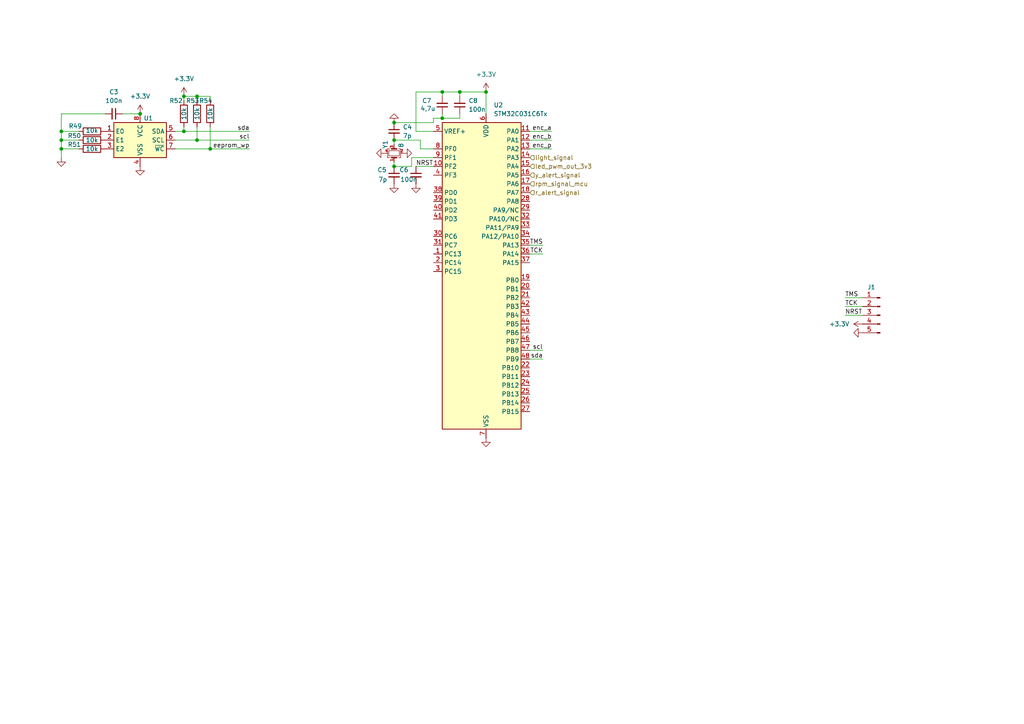
<source format=kicad_sch>
(kicad_sch (version 20231120) (generator "eeschema") (generator_version "8.0")
  (paper "A4")
  (lib_symbols
    (symbol "Connector:Conn_01x05_Pin" (pin_names (offset 1.016) hide)
      (property "Reference" "J" (at 0 7.62 0))
      (property "Value" "Conn_01x05_Pin" (at 0 -7.62 0))
      (symbol "Conn_01x05_Pin_1_1"
        (polyline (pts (xy 1.27 -5.08) (xy 0.8636 -5.08)) (stroke (width 0.1524)))
        (polyline (pts (xy 1.27 -2.54) (xy 0.8636 -2.54)) (stroke (width 0.1524)))
        (polyline (pts (xy 1.27 0) (xy 0.8636 0)) (stroke (width 0.1524)))
        (polyline (pts (xy 1.27 2.54) (xy 0.8636 2.54)) (stroke (width 0.1524)))
        (polyline (pts (xy 1.27 5.08) (xy 0.8636 5.08)) (stroke (width 0.1524)))
        (rectangle (start 0.8636 -4.953) (end 0 -5.207) (stroke (width 0.1524)) (fill (type outline)))
        (rectangle (start 0.8636 -2.413) (end 0 -2.667) (stroke (width 0.1524)) (fill (type outline)))
        (rectangle (start 0.8636 0.127) (end 0 -0.127) (stroke (width 0.1524)) (fill (type outline)))
        (rectangle (start 0.8636 2.667) (end 0 2.413) (stroke (width 0.1524)) (fill (type outline)))
        (rectangle (start 0.8636 5.207) (end 0 4.953) (stroke (width 0.1524)) (fill (type outline)))
        (pin passive line (at 5.08 5.08 180) (length 3.81) (name "Pin_1") (number "1"))
        (pin passive line (at 5.08 2.54 180) (length 3.81) (name "Pin_2") (number "2"))
        (pin passive line (at 5.08 0 180) (length 3.81) (name "Pin_3") (number "3"))
        (pin passive line (at 5.08 -2.54 180) (length 3.81) (name "Pin_4") (number "4"))
        (pin passive line (at 5.08 -5.08 180) (length 3.81) (name "Pin_5") (number "5"))
      )
    )
    (symbol "Device:C_Small" (pin_numbers hide) (pin_names (offset 0.254) hide)
      (property "Reference" "C" (at 0.254 1.778 0))
      (property "Value" "C_Small" (at 0.254 -2.032 0))
      (symbol "C_Small_0_1"
        (polyline (pts (xy -1.524 -0.508) (xy 1.524 -0.508)) (stroke (width 0.3302)))
        (polyline (pts (xy -1.524 0.508) (xy 1.524 0.508)) (stroke (width 0.3048)))
      )
      (symbol "C_Small_1_1"
        (pin passive line (at 0 2.54 270) (length 2.032) (name "~") (number "1"))
        (pin passive line (at 0 -2.54 90) (length 2.032) (name "~") (number "2"))
      )
    )
    (symbol "Device:Crystal_GND24_Small" (pin_names (offset 1.016) hide)
      (property "Reference" "Y" (at 1.27 4.445 0))
      (property "Value" "Crystal_GND24_Small" (at 1.27 2.54 0))
      (symbol "Crystal_GND24_Small_0_1"
        (rectangle (start -0.762 -1.524) (end 0.762 1.524))
        (polyline (pts (xy -1.27 -0.762) (xy -1.27 0.762)) (stroke (width 0.381)))
        (polyline (pts (xy 1.27 -0.762) (xy 1.27 0.762)) (stroke (width 0.381)))
        (polyline (pts (xy -1.27 -1.27) (xy -1.27 -1.905) (xy 1.27 -1.905) (xy 1.27 -1.27)))
        (polyline (pts (xy -1.27 1.27) (xy -1.27 1.905) (xy 1.27 1.905) (xy 1.27 1.27)))
      )
      (symbol "Crystal_GND24_Small_1_1"
        (pin passive line (at -2.54 0 0) (length 1.27) (name "1") (number "1"))
        (pin passive line (at 0 -2.54 90) (length 0.635) (name "2") (number "2"))
        (pin passive line (at 2.54 0 180) (length 1.27) (name "3") (number "3"))
        (pin passive line (at 0 2.54 270) (length 0.635) (name "4") (number "4"))
      )
    )
    (symbol "Device:R" (pin_numbers hide) (pin_names (offset 0))
      (property "Reference" "R" (at 2.032 0 90))
      (property "Value" "R" (at 0 0 90))
      (symbol "R_0_1"
        (rectangle (start -1.016 -2.54) (end 1.016 2.54) (stroke (width 0.254)))
      )
      (symbol "R_1_1"
        (pin passive line (at 0 3.81 270) (length 1.27) (name "~") (number "1"))
        (pin passive line (at 0 -3.81 90) (length 1.27) (name "~") (number "2"))
      )
    )
    (symbol "MCU_ST_STM32C0:STM32C031C6Tx"
      (property "Reference" "U" (at -10.16 46.99 0))
      (property "Value" "STM32C031C6Tx" (at 5.08 46.99 0))
      (symbol "STM32C031C6Tx_0_1"
        (rectangle (start -10.16 -43.18) (end 12.7 45.72) (stroke (width 0.254)) (fill (type background)))
      )
      (symbol "STM32C031C6Tx_1_1"
        (pin bidirectional line (at -12.7 7.62 0) (length 2.54) (name "PC13") (number "1"))
        (pin bidirectional line (at -12.7 33.02 0) (length 2.54) (name "PF2") (number "10"))
        (pin bidirectional line (at 15.24 43.18 180) (length 2.54) (name "PA0") (number "11"))
        (pin bidirectional line (at 15.24 40.64 180) (length 2.54) (name "PA1") (number "12"))
        (pin bidirectional line (at 15.24 38.1 180) (length 2.54) (name "PA2") (number "13"))
        (pin bidirectional line (at 15.24 35.56 180) (length 2.54) (name "PA3") (number "14"))
        (pin bidirectional line (at 15.24 33.02 180) (length 2.54) (name "PA4") (number "15"))
        (pin bidirectional line (at 15.24 30.48 180) (length 2.54) (name "PA5") (number "16"))
        (pin bidirectional line (at 15.24 27.94 180) (length 2.54) (name "PA6") (number "17"))
        (pin bidirectional line (at 15.24 25.4 180) (length 2.54) (name "PA7") (number "18"))
        (pin bidirectional line (at 15.24 0 180) (length 2.54) (name "PB0") (number "19"))
        (pin bidirectional line (at -12.7 5.08 0) (length 2.54) (name "PC14") (number "2"))
        (pin bidirectional line (at 15.24 -2.54 180) (length 2.54) (name "PB1") (number "20"))
        (pin bidirectional line (at 15.24 -5.08 180) (length 2.54) (name "PB2") (number "21"))
        (pin bidirectional line (at 15.24 -25.4 180) (length 2.54) (name "PB10") (number "22"))
        (pin bidirectional line (at 15.24 -27.94 180) (length 2.54) (name "PB11") (number "23"))
        (pin bidirectional line (at 15.24 -30.48 180) (length 2.54) (name "PB12") (number "24"))
        (pin bidirectional line (at 15.24 -33.02 180) (length 2.54) (name "PB13") (number "25"))
        (pin bidirectional line (at 15.24 -35.56 180) (length 2.54) (name "PB14") (number "26"))
        (pin bidirectional line (at 15.24 -38.1 180) (length 2.54) (name "PB15") (number "27"))
        (pin bidirectional line (at 15.24 22.86 180) (length 2.54) (name "PA8") (number "28"))
        (pin bidirectional line (at 15.24 20.32 180) (length 2.54) (name "PA9/NC") (number "29"))
        (pin bidirectional line (at -12.7 2.54 0) (length 2.54) (name "PC15") (number "3"))
        (pin bidirectional line (at -12.7 12.7 0) (length 2.54) (name "PC6") (number "30"))
        (pin bidirectional line (at -12.7 10.16 0) (length 2.54) (name "PC7") (number "31"))
        (pin bidirectional line (at 15.24 17.78 180) (length 2.54) (name "PA10/NC") (number "32"))
        (pin bidirectional line (at 15.24 15.24 180) (length 2.54) (name "PA11/PA9") (number "33"))
        (pin bidirectional line (at 15.24 12.7 180) (length 2.54) (name "PA12/PA10") (number "34"))
        (pin bidirectional line (at 15.24 10.16 180) (length 2.54) (name "PA13") (number "35"))
        (pin bidirectional line (at 15.24 7.62 180) (length 2.54) (name "PA14") (number "36"))
        (pin bidirectional line (at 15.24 5.08 180) (length 2.54) (name "PA15") (number "37"))
        (pin bidirectional line (at -12.7 25.4 0) (length 2.54) (name "PD0") (number "38"))
        (pin bidirectional line (at -12.7 22.86 0) (length 2.54) (name "PD1") (number "39"))
        (pin bidirectional line (at -12.7 30.48 0) (length 2.54) (name "PF3") (number "4"))
        (pin bidirectional line (at -12.7 20.32 0) (length 2.54) (name "PD2") (number "40"))
        (pin bidirectional line (at -12.7 17.78 0) (length 2.54) (name "PD3") (number "41"))
        (pin bidirectional line (at 15.24 -7.62 180) (length 2.54) (name "PB3") (number "42"))
        (pin bidirectional line (at 15.24 -10.16 180) (length 2.54) (name "PB4") (number "43"))
        (pin bidirectional line (at 15.24 -12.7 180) (length 2.54) (name "PB5") (number "44"))
        (pin bidirectional line (at 15.24 -15.24 180) (length 2.54) (name "PB6") (number "45"))
        (pin bidirectional line (at 15.24 -17.78 180) (length 2.54) (name "PB7") (number "46"))
        (pin bidirectional line (at 15.24 -20.32 180) (length 2.54) (name "PB8") (number "47"))
        (pin bidirectional line (at 15.24 -22.86 180) (length 2.54) (name "PB9") (number "48"))
        (pin input line (at -12.7 43.18 0) (length 2.54) (name "VREF+") (number "5"))
        (pin power_in line (at 2.54 48.26 270) (length 2.54) (name "VDD") (number "6"))
        (pin power_in line (at 2.54 -45.72 90) (length 2.54) (name "VSS") (number "7"))
        (pin bidirectional line (at -12.7 38.1 0) (length 2.54) (name "PF0") (number "8"))
        (pin bidirectional line (at -12.7 35.56 0) (length 2.54) (name "PF1") (number "9"))
      )
    )
    (symbol "Memory_EEPROM:M24C02-RMN"
      (property "Reference" "U" (at -6.35 6.35 0))
      (property "Value" "M24C02-RMN" (at 7.62 6.35 0))
      (symbol "M24C02-RMN_0_1"
        (rectangle (start -7.62 5.08) (end 7.62 -5.08) (stroke (width 0.254)) (fill (type background)))
      )
      (symbol "M24C02-RMN_1_1"
        (pin input line (at -10.16 2.54 0) (length 2.54) (name "E0") (number "1"))
        (pin input line (at -10.16 0 0) (length 2.54) (name "E1") (number "2"))
        (pin input line (at -10.16 -2.54 0) (length 2.54) (name "E2") (number "3"))
        (pin power_in line (at 0 -7.62 90) (length 2.54) (name "VSS") (number "4"))
        (pin bidirectional line (at 10.16 2.54 180) (length 2.54) (name "SDA") (number "5"))
        (pin input line (at 10.16 0 180) (length 2.54) (name "SCL") (number "6"))
        (pin input line (at 10.16 -2.54 180) (length 2.54) (name "~{WC}") (number "7"))
        (pin power_in line (at 0 7.62 270) (length 2.54) (name "VCC") (number "8"))
      )
    )
    (symbol "power:+3.3V" (power) (pin_numbers hide) (pin_names (offset 0) hide)
      (property "Value" "+3.3V" (at 0 3.556 0))
      (symbol "+3.3V_0_1"
        (polyline (pts (xy -0.762 1.27) (xy 0 2.54)))
        (polyline (pts (xy 0 0) (xy 0 2.54)))
        (polyline (pts (xy 0 2.54) (xy 0.762 1.27)))
      )
      (symbol "+3.3V_1_1"
        (pin power_in line (at 0 0 90) (length 0) (name "~") (number "1"))
      )
    )
    (symbol "power:GND" (power) (pin_numbers hide) (pin_names (offset 0) hide)
      (property "Value" "GND" (at 0 -3.81 0))
      (symbol "GND_0_1"
        (polyline (pts (xy 0 0) (xy 0 -1.27) (xy 1.27 -1.27) (xy 0 -2.54) (xy -1.27 -1.27) (xy 0 -1.27)))
      )
      (symbol "GND_1_1"
        (pin power_in line (at 0 0 270) (length 0) (name "~") (number "1"))
      )
    )
  )
  (junction (at 60.96 43.18))
  (junction (at 133.35 26.67))
  (junction (at 114.3 35.56))
  (junction (at 17.78 40.64))
  (junction (at 114.3 40.64))
  (junction (at 53.34 27.94))
  (junction (at 53.34 38.1))
  (junction (at 128.27 34.29))
  (junction (at 17.78 43.18))
  (junction (at 140.97 26.67))
  (junction (at 128.27 26.67))
  (junction (at 114.3 48.26))
  (junction (at 57.15 27.94))
  (junction (at 40.64 33.02))
  (junction (at 17.78 38.1))
  (junction (at 57.15 40.64))
  (wire (pts (xy 157.48 73.66) (xy 153.67 73.66)))
  (wire (pts (xy 128.27 27.94) (xy 128.27 26.67)))
  (wire (pts (xy 114.3 40.64) (xy 114.3 41.91)))
  (wire (pts (xy 57.15 27.94) (xy 57.15 29.21)))
  (wire (pts (xy 120.65 38.1) (xy 120.65 26.67)))
  (wire (pts (xy 157.48 71.12) (xy 153.67 71.12)))
  (wire (pts (xy 60.96 43.18) (xy 72.39 43.18)))
  (wire (pts (xy 17.78 40.64) (xy 22.86 40.64)))
  (wire (pts (xy 17.78 43.18) (xy 17.78 45.72)))
  (wire (pts (xy 57.15 40.64) (xy 50.8 40.64)))
  (wire (pts (xy 120.65 48.26) (xy 125.73 48.26)))
  (wire (pts (xy 128.27 33.02) (xy 128.27 34.29)))
  (wire (pts (xy 53.34 29.21) (xy 53.34 27.94)))
  (wire (pts (xy 160.02 43.18) (xy 153.67 43.18)))
  (wire (pts (xy 53.34 36.83) (xy 53.34 38.1)))
  (wire (pts (xy 120.65 26.67) (xy 128.27 26.67)))
  (wire (pts (xy 119.38 48.26) (xy 119.38 45.72)))
  (wire (pts (xy 133.35 26.67) (xy 133.35 27.94)))
  (wire (pts (xy 35.56 33.02) (xy 40.64 33.02)))
  (wire (pts (xy 60.96 27.94) (xy 57.15 27.94)))
  (wire (pts (xy 22.86 38.1) (xy 17.78 38.1)))
  (wire (pts (xy 60.96 29.21) (xy 60.96 27.94)))
  (wire (pts (xy 140.97 33.02) (xy 140.97 26.67)))
  (wire (pts (xy 157.48 101.6) (xy 153.67 101.6)))
  (wire (pts (xy 160.02 38.1) (xy 153.67 38.1)))
  (wire (pts (xy 57.15 40.64) (xy 72.39 40.64)))
  (wire (pts (xy 114.3 35.56) (xy 125.73 35.56)))
  (wire (pts (xy 30.48 33.02) (xy 17.78 33.02)))
  (wire (pts (xy 133.35 33.02) (xy 133.35 34.29)))
  (wire (pts (xy 157.48 104.14) (xy 153.67 104.14)))
  (wire (pts (xy 53.34 38.1) (xy 72.39 38.1)))
  (wire (pts (xy 60.96 43.18) (xy 50.8 43.18)))
  (wire (pts (xy 121.92 40.64) (xy 114.3 40.64)))
  (wire (pts (xy 245.11 91.44) (xy 250.19 91.44)))
  (wire (pts (xy 125.73 34.29) (xy 128.27 34.29)))
  (wire (pts (xy 125.73 38.1) (xy 120.65 38.1)))
  (wire (pts (xy 160.02 40.64) (xy 153.67 40.64)))
  (wire (pts (xy 128.27 26.67) (xy 133.35 26.67)))
  (wire (pts (xy 57.15 36.83) (xy 57.15 40.64)))
  (wire (pts (xy 60.96 36.83) (xy 60.96 43.18)))
  (wire (pts (xy 53.34 27.94) (xy 57.15 27.94)))
  (wire (pts (xy 17.78 43.18) (xy 22.86 43.18)))
  (wire (pts (xy 119.38 45.72) (xy 125.73 45.72)))
  (wire (pts (xy 17.78 33.02) (xy 17.78 38.1)))
  (wire (pts (xy 17.78 40.64) (xy 17.78 43.18)))
  (wire (pts (xy 245.11 88.9) (xy 250.19 88.9)))
  (wire (pts (xy 140.97 26.67) (xy 133.35 26.67)))
  (wire (pts (xy 114.3 48.26) (xy 119.38 48.26)))
  (wire (pts (xy 17.78 38.1) (xy 17.78 40.64)))
  (wire (pts (xy 128.27 34.29) (xy 133.35 34.29)))
  (wire (pts (xy 125.73 35.56) (xy 125.73 34.29)))
  (wire (pts (xy 245.11 86.36) (xy 250.19 86.36)))
  (wire (pts (xy 50.8 38.1) (xy 53.34 38.1)))
  (wire (pts (xy 121.92 43.18) (xy 121.92 40.64)))
  (wire (pts (xy 125.73 43.18) (xy 121.92 43.18)))
  (wire (pts (xy 114.3 46.99) (xy 114.3 48.26)))
  (label "enc_a" (at 160.02 38.1 180))
  (label "eeprom_wp" (at 72.39 43.18 180))
  (label "enc_b" (at 160.02 40.64 180))
  (label "scl" (at 157.48 101.6 180))
  (label "sda" (at 157.48 104.14 180))
  (label "sda" (at 72.39 38.1 180))
  (label "scl" (at 72.39 40.64 180))
  (label "TMS" (at 245.11 86.36 0))
  (label "NRST" (at 245.11 91.44 0))
  (label "TCK" (at 245.11 88.9 0))
  (label "NRST" (at 120.65 48.26 0))
  (label "TMS" (at 157.48 71.12 180))
  (label "enc_p" (at 160.02 43.18 180))
  (label "TCK" (at 157.48 73.66 180))
  (hierarchical_label "r_alert_signal" (shape input) (at 153.67 55.88 0))
  (hierarchical_label "y_alert_signal" (shape input) (at 153.67 50.8 0))
  (hierarchical_label "led_pwm_out_3v3" (shape input) (at 153.67 48.26 0))
  (hierarchical_label "light_signal" (shape input) (at 153.67 45.72 0))
  (hierarchical_label "rpm_signal_mcu" (shape input) (at 153.67 53.34 0))
  (symbol (lib_id "Device:Crystal_GND24_Small") (at 114.3 44.45 90) (unit 1)
    (property "Reference" "Y1" (at 111.76 41.91 0))
    (property "Value" "8" (at 116.332 42.164 0))
    (property "Footprint" "Crystal:Crystal_SMD_3225-4Pin_3.2x2.5mm" (effects (hide yes)))
    (property "Description" "Four pin crystal, GND on pins 2 and 4, small symbol" (effects (hide yes)))
  )
  (symbol (lib_id "Device:C_Small") (at 128.27 30.48 180) (unit 1)
    (property "Reference" "C7" (at 122.428 29.21 0) (effects (justify right)))
    (property "Value" "4,7u" (at 121.92 31.496 0) (effects (justify right)))
    (property "Footprint" "Capacitor_SMD:C_0603_1608Metric" (effects (hide yes)))
    (property "Description" "Unpolarized capacitor, small symbol" (effects (hide yes)))
  )
  (symbol (lib_id "Device:R") (at 53.34 33.02 180) (unit 1)
    (property "Reference" "R52" (at 51.054 29.21 0))
    (property "Value" "10k" (at 53.34 33.02 90))
    (property "Footprint" "Resistor_SMD:R_0603_1608Metric" (effects (hide yes)))
    (property "Description" "Resistor" (effects (hide yes)))
  )
  (symbol (lib_id "Device:R") (at 60.96 33.02 180) (unit 1)
    (property "Reference" "R54" (at 59.69 29.21 0))
    (property "Value" "10k" (at 60.96 33.02 90))
    (property "Footprint" "Resistor_SMD:R_0603_1608Metric" (effects (hide yes)))
    (property "Description" "Resistor" (effects (hide yes)))
  )
  (symbol (lib_id "MCU_ST_STM32C0:STM32C031C6Tx") (at 138.43 81.28 0) (unit 1)
    (property "Reference" "U2" (at 143.1641 30.48 0) (effects (justify left)))
    (property "Value" "STM32C031C6Tx" (at 143.1641 33.02 0) (effects (justify left)))
    (property "Footprint" "Package_QFP:LQFP-48_7x7mm_P0.5mm" (effects (hide yes)))
    (property "Datasheet" "https://www.st.com/resource/en/datasheet/stm32c031c6.pdf" (effects (hide yes)))
    (property "Description" "STMicroelectronics Arm Cortex-M0+ MCU, 32KB flash, 12KB RAM, 48 MHz, 2.0-3.6V, 45 GPIO, LQFP48" (effects (hide yes)))
  )
  (symbol (lib_id "Device:R") (at 57.15 33.02 180) (unit 1)
    (property "Reference" "R53" (at 55.88 29.21 0))
    (property "Value" "10k" (at 57.15 33.02 90))
    (property "Footprint" "Resistor_SMD:R_0603_1608Metric" (effects (hide yes)))
    (property "Description" "Resistor" (effects (hide yes)))
  )
  (symbol (lib_id "power:GND") (at 40.64 48.26 0) (unit 1)
    (property "Reference" "#PWR033" (effects (hide yes)))
    (property "Value" "GND" (effects (hide yes)))
    (property "Description" "Power symbol creates a global label with name \"GND\" , ground" (effects (hide yes)))
  )
  (symbol (lib_id "power:GND") (at 140.97 127 0) (unit 1)
    (property "Reference" "#PWR041" (effects (hide yes)))
    (property "Value" "GND" (effects (hide yes)))
    (property "Description" "Power symbol creates a global label with name \"GND\" , ground" (effects (hide yes)))
  )
  (symbol (lib_id "Device:C_Small") (at 133.35 30.48 180) (unit 1)
    (property "Reference" "C8" (at 135.89 29.2035 0) (effects (justify right)))
    (property "Value" "100n" (at 135.89 31.7435 0) (effects (justify right)))
    (property "Footprint" "Capacitor_SMD:C_0603_1608Metric" (effects (hide yes)))
    (property "Description" "Unpolarized capacitor, small symbol" (effects (hide yes)))
  )
  (symbol (lib_id "power:+3.3V") (at 53.34 27.94 0) (unit 1)
    (property "Reference" "#PWR034" (effects (hide yes)))
    (property "Value" "+3.3V" (at 53.34 22.86 0))
    (property "Description" "Power symbol creates a global label with name \"+3.3V\"" (effects (hide yes)))
  )
  (symbol (lib_id "power:GND") (at 250.19 96.52 270) (unit 1)
    (property "Reference" "#PWR043" (effects (hide yes)))
    (property "Value" "GND" (effects (hide yes)))
    (property "Description" "Power symbol creates a global label with name \"GND\" , ground" (effects (hide yes)))
  )
  (symbol (lib_id "Connector:Conn_01x05_Pin") (at 255.27 91.44 0) (mirror y) (unit 1)
    (property "Reference" "J1" (at 252.73 83.312 0))
    (property "Value" "Conn_01x05_Pin" (effects (hide yes)))
    (property "Footprint" "Connector_PinHeader_2.54mm:PinHeader_1x05_P2.54mm_Vertical" (effects (hide yes)))
    (property "Description" "Generic connector, single row, 01x05, script generated" (effects (hide yes)))
  )
  (symbol (lib_id "Device:R") (at 26.67 40.64 270) (unit 1)
    (property "Reference" "R50" (at 21.59 39.37 90))
    (property "Value" "10k" (at 26.67 40.64 90))
    (property "Footprint" "Resistor_SMD:R_0603_1608Metric" (effects (hide yes)))
    (property "Description" "Resistor" (effects (hide yes)))
  )
  (symbol (lib_id "power:GND") (at 17.78 45.72 0) (unit 1)
    (property "Reference" "#PWR031" (effects (hide yes)))
    (property "Value" "GND" (effects (hide yes)))
    (property "Description" "Power symbol creates a global label with name \"GND\" , ground" (effects (hide yes)))
  )
  (symbol (lib_id "power:+3.3V") (at 40.64 33.02 0) (unit 1)
    (property "Reference" "#PWR032" (effects (hide yes)))
    (property "Value" "+3.3V" (at 40.64 27.94 0))
    (property "Description" "Power symbol creates a global label with name \"+3.3V\"" (effects (hide yes)))
  )
  (symbol (lib_id "Device:R") (at 26.67 43.18 270) (unit 1)
    (property "Reference" "R51" (at 21.59 41.91 90))
    (property "Value" "10k" (at 26.67 43.18 90))
    (property "Footprint" "Resistor_SMD:R_0603_1608Metric" (effects (hide yes)))
    (property "Description" "Resistor" (effects (hide yes)))
  )
  (symbol (lib_id "power:GND") (at 120.65 53.34 0) (unit 1)
    (property "Reference" "#PWR039" (effects (hide yes)))
    (property "Value" "GND" (effects (hide yes)))
    (property "Description" "Power symbol creates a global label with name \"GND\" , ground" (effects (hide yes)))
  )
  (symbol (lib_id "Device:C_Small") (at 114.3 50.8 0) (unit 1)
    (property "Reference" "C5" (at 109.474 49.276 0) (effects (justify left)))
    (property "Value" "7p" (at 109.728 52.07 0) (effects (justify left)))
    (property "Footprint" "Capacitor_SMD:C_0603_1608Metric" (effects (hide yes)))
    (property "Description" "Unpolarized capacitor, small symbol" (effects (hide yes)))
  )
  (symbol (lib_id "Device:C_Small") (at 33.02 33.02 270) (unit 1)
    (property "Reference" "C3" (at 33.0136 26.67 90))
    (property "Value" "100n" (at 33.0136 29.21 90))
    (property "Footprint" "Capacitor_SMD:C_0603_1608Metric" (effects (hide yes)))
    (property "Description" "Unpolarized capacitor, small symbol" (effects (hide yes)))
  )
  (symbol (lib_id "power:GND") (at 114.3 53.34 0) (unit 1)
    (property "Reference" "#PWR037" (effects (hide yes)))
    (property "Value" "GND" (effects (hide yes)))
    (property "Description" "Power symbol creates a global label with name \"GND\" , ground" (effects (hide yes)))
  )
  (symbol (lib_id "Device:C_Small") (at 120.65 50.8 0) (unit 1)
    (property "Reference" "C6" (at 115.824 49.276 0) (effects (justify left)))
    (property "Value" "100n" (at 116.078 52.07 0) (effects (justify left)))
    (property "Footprint" "Capacitor_SMD:C_0603_1608Metric" (effects (hide yes)))
    (property "Description" "Unpolarized capacitor, small symbol" (effects (hide yes)))
  )
  (symbol (lib_id "power:+3.3V") (at 250.19 93.98 90) (unit 1)
    (property "Reference" "#PWR042" (effects (hide yes)))
    (property "Value" "+3.3V" (at 246.38 93.9799 90) (effects (justify left)))
    (property "Description" "Power symbol creates a global label with name \"+3.3V\"" (effects (hide yes)))
  )
  (symbol (lib_id "Memory_EEPROM:M24C02-RMN") (at 40.64 40.64 0) (unit 1)
    (property "Reference" "U1" (at 41.656 34.29 0) (effects (justify left)))
    (property "Value" "M24C02-RMN" (effects (hide yes)))
    (property "Footprint" "Package_SO:SOIC-8_3.9x4.9mm_P1.27mm" (effects (hide yes)))
    (property "Datasheet" "http://www.st.com/content/ccc/resource/technical/document/datasheet/b0/d8/50/40/5a/85/49/6f/DM00071904.pdf/files/DM00071904.pdf/jcr:content/translations/en.DM00071904.pdf" (effects (hide yes)))
    (property "Description" "2Kb (256x8) I2C Serial EEPROM, 1.8-5.5V, SOIC-8" (effects (hide yes)))
  )
  (symbol (lib_id "power:GND") (at 116.84 44.45 90) (unit 1)
    (property "Reference" "#PWR038" (effects (hide yes)))
    (property "Value" "GND" (effects (hide yes)))
    (property "Description" "Power symbol creates a global label with name \"GND\" , ground" (effects (hide yes)))
  )
  (symbol (lib_id "Device:C_Small") (at 114.3 38.1 0) (unit 1)
    (property "Reference" "C4" (at 116.84 36.8362 0) (effects (justify left)))
    (property "Value" "7p" (at 116.84 39.3762 0) (effects (justify left)))
    (property "Footprint" "Capacitor_SMD:C_0603_1608Metric" (effects (hide yes)))
    (property "Description" "Unpolarized capacitor, small symbol" (effects (hide yes)))
  )
  (symbol (lib_id "power:+3.3V") (at 140.97 26.67 0) (unit 1)
    (property "Reference" "#PWR040" (effects (hide yes)))
    (property "Value" "+3.3V" (at 140.97 21.59 0))
    (property "Description" "Power symbol creates a global label with name \"+3.3V\"" (effects (hide yes)))
  )
  (symbol (lib_id "power:GND") (at 114.3 35.56 180) (unit 1)
    (property "Reference" "#PWR036" (effects (hide yes)))
    (property "Value" "GND" (effects (hide yes)))
    (property "Description" "Power symbol creates a global label with name \"GND\" , ground" (effects (hide yes)))
  )
  (symbol (lib_id "power:GND") (at 111.76 44.45 270) (unit 1)
    (property "Reference" "#PWR035" (effects (hide yes)))
    (property "Value" "GND" (effects (hide yes)))
    (property "Description" "Power symbol creates a global label with name \"GND\" , ground" (effects (hide yes)))
  )
  (symbol (lib_id "Device:R") (at 26.67 38.1 270) (unit 1)
    (property "Reference" "R49" (at 21.844 36.576 90))
    (property "Value" "10k" (at 26.67 37.846 90))
    (property "Footprint" "Resistor_SMD:R_0603_1608Metric" (effects (hide yes)))
    (property "Description" "Resistor" (effects (hide yes)))
  )
)
</source>
